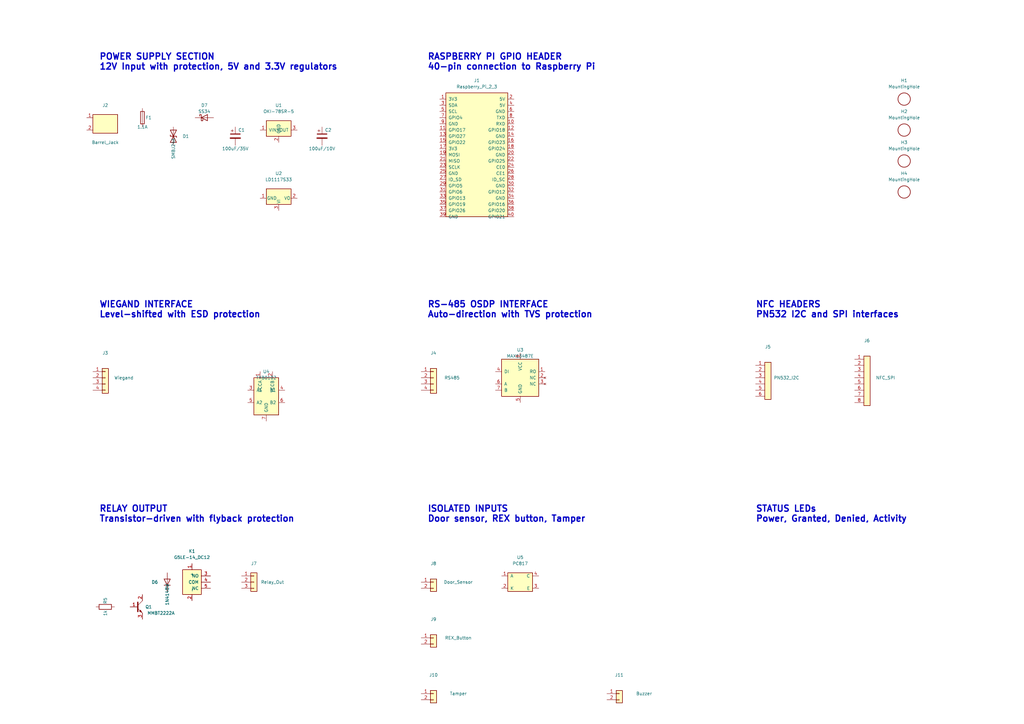
<source format=kicad_sch>
(kicad_sch (version 20231120) (generator "eeschema") (generator_version "8.0")
  (paper "A3")
  (title_block (title "PiDoors Access Control HAT") (date "2026-01-09") (rev "2.0") (company "PiDoors Project") (comment 1 "Multi-Reader Access Control Board") (comment 2 "Supports: Wiegand, OSDP, PN532, MFRC522"))
  (lib_symbols
    (symbol "Connector:Barrel_Jack_Switch" (pin_names (offset 1.016))
      (property "Reference" "J" (at 0 5.08 0))
      (property "Value" "Barrel_Jack" (at 0 -5.08 0))
      (symbol "Barrel_Jack_Switch_0_1"
        (rectangle (start -5.08 3.81) (end 5.08 -3.81) (stroke (width 0.254)) (fill (type background)))
      )
      (symbol "Barrel_Jack_Switch_1_1"
        (pin passive line (at -7.62 2.54 0) (length 2.54) (name "~") (number "1"))
        (pin passive line (at -7.62 -2.54 0) (length 2.54) (name "~") (number "2"))
      )
    )
    (symbol "Connector:Raspberry_Pi_2_3" (pin_names (offset 1.016))
      (property "Reference" "J" (at 0 26.67 0))
      (property "Value" "Raspberry_Pi_2_3" (at 0 -26.67 0))
      (symbol "Raspberry_Pi_2_3_0_1"
        (rectangle (start -12.7 25.4) (end 12.7 -25.4) (stroke (width 0.254)) (fill (type background)))
      )
      (symbol "Raspberry_Pi_2_3_1_1"
        (pin bidirectional line (at -15.24 22.86 0) (length 2.54) (name "3V3") (number "1"))
        (pin bidirectional line (at 15.24 22.86 180) (length 2.54) (name "5V") (number "2"))
        (pin bidirectional line (at -15.24 20.32 0) (length 2.54) (name "SDA") (number "3"))
        (pin bidirectional line (at 15.24 20.32 180) (length 2.54) (name "5V") (number "4"))
        (pin bidirectional line (at -15.24 17.78 0) (length 2.54) (name "SCL") (number "5"))
        (pin power_in line (at 15.24 17.78 180) (length 2.54) (name "GND") (number "6"))
        (pin bidirectional line (at -15.24 15.24 0) (length 2.54) (name "GPIO4") (number "7"))
        (pin bidirectional line (at 15.24 15.24 180) (length 2.54) (name "TXD") (number "8"))
        (pin power_in line (at -15.24 12.7 0) (length 2.54) (name "GND") (number "9"))
        (pin bidirectional line (at 15.24 12.7 180) (length 2.54) (name "RXD") (number "10"))
        (pin bidirectional line (at -15.24 10.16 0) (length 2.54) (name "GPIO17") (number "11"))
        (pin bidirectional line (at 15.24 10.16 180) (length 2.54) (name "GPIO18") (number "12"))
        (pin bidirectional line (at -15.24 7.62 0) (length 2.54) (name "GPIO27") (number "13"))
        (pin power_in line (at 15.24 7.62 180) (length 2.54) (name "GND") (number "14"))
        (pin bidirectional line (at -15.24 5.08 0) (length 2.54) (name "GPIO22") (number "15"))
        (pin bidirectional line (at 15.24 5.08 180) (length 2.54) (name "GPIO23") (number "16"))
        (pin bidirectional line (at -15.24 2.54 0) (length 2.54) (name "3V3") (number "17"))
        (pin bidirectional line (at 15.24 2.54 180) (length 2.54) (name "GPIO24") (number "18"))
        (pin bidirectional line (at -15.24 0 0) (length 2.54) (name "MOSI") (number "19"))
        (pin power_in line (at 15.24 0 180) (length 2.54) (name "GND") (number "20"))
        (pin bidirectional line (at -15.24 -2.54 0) (length 2.54) (name "MISO") (number "21"))
        (pin bidirectional line (at 15.24 -2.54 180) (length 2.54) (name "GPIO25") (number "22"))
        (pin bidirectional line (at -15.24 -5.08 0) (length 2.54) (name "SCLK") (number "23"))
        (pin bidirectional line (at 15.24 -5.08 180) (length 2.54) (name "CE0") (number "24"))
        (pin power_in line (at -15.24 -7.62 0) (length 2.54) (name "GND") (number "25"))
        (pin bidirectional line (at 15.24 -7.62 180) (length 2.54) (name "CE1") (number "26"))
        (pin bidirectional line (at -15.24 -10.16 0) (length 2.54) (name "ID_SD") (number "27"))
        (pin bidirectional line (at 15.24 -10.16 180) (length 2.54) (name "ID_SC") (number "28"))
        (pin bidirectional line (at -15.24 -12.7 0) (length 2.54) (name "GPIO5") (number "29"))
        (pin power_in line (at 15.24 -12.7 180) (length 2.54) (name "GND") (number "30"))
        (pin bidirectional line (at -15.24 -15.24 0) (length 2.54) (name "GPIO6") (number "31"))
        (pin bidirectional line (at 15.24 -15.24 180) (length 2.54) (name "GPIO12") (number "32"))
        (pin bidirectional line (at -15.24 -17.78 0) (length 2.54) (name "GPIO13") (number "33"))
        (pin power_in line (at 15.24 -17.78 180) (length 2.54) (name "GND") (number "34"))
        (pin bidirectional line (at -15.24 -20.32 0) (length 2.54) (name "GPIO19") (number "35"))
        (pin bidirectional line (at 15.24 -20.32 180) (length 2.54) (name "GPIO16") (number "36"))
        (pin bidirectional line (at -15.24 -22.86 0) (length 2.54) (name "GPIO26") (number "37"))
        (pin bidirectional line (at 15.24 -22.86 180) (length 2.54) (name "GPIO20") (number "38"))
        (pin power_in line (at -15.24 -25.4 0) (length 2.54) (name "GND") (number "39"))
        (pin bidirectional line (at 15.24 -25.4 180) (length 2.54) (name "GPIO21") (number "40"))
      )
    )
    (symbol "Device:R" (pin_numbers hide) (pin_names (offset 0))
      (property "Reference" "R" (at 2.032 0 90))
      (property "Value" "R" (at 0 0 90))
      (symbol "R_0_1"
        (rectangle (start -1.016 -2.54) (end 1.016 2.54) (stroke (width 0.254)))
      )
      (symbol "R_1_1"
        (pin passive line (at 0 3.81 270) (length 1.27) (name "~") (number "1"))
        (pin passive line (at 0 -3.81 90) (length 1.27) (name "~") (number "2"))
      )
    )
    (symbol "Device:C" (pin_numbers hide) (pin_names (offset 0.254))
      (property "Reference" "C" (at 0.635 2.54 0))
      (property "Value" "C" (at 0.635 -2.54 0))
      (symbol "C_0_1"
        (polyline (pts (xy -2.032 -0.762) (xy 2.032 -0.762)) (stroke (width 0.508)))
        (polyline (pts (xy -2.032 0.762) (xy 2.032 0.762)) (stroke (width 0.508)))
      )
      (symbol "C_1_1"
        (pin passive line (at 0 3.81 270) (length 2.794) (name "~") (number "1"))
        (pin passive line (at 0 -3.81 90) (length 2.794) (name "~") (number "2"))
      )
    )
    (symbol "Device:CP" (pin_numbers hide) (pin_names (offset 0.254))
      (property "Reference" "C" (at 0.635 2.54 0))
      (property "Value" "CP" (at 0.635 -2.54 0))
      (symbol "CP_0_1"
        (rectangle (start -2.032 0.762) (end 2.032 1.016) (fill (type outline)))
        (polyline (pts (xy -1.778 2.286) (xy -0.762 2.286)))
        (polyline (pts (xy -1.27 1.778) (xy -1.27 2.794)))
        (polyline (pts (xy -2.032 -0.762) (xy 2.032 -0.762)) (stroke (width 0.508)))
      )
      (symbol "CP_1_1"
        (pin passive line (at 0 3.81 270) (length 2.794) (name "~") (number "1"))
        (pin passive line (at 0 -3.81 90) (length 2.794) (name "~") (number "2"))
      )
    )
    (symbol "Device:LED" (pin_numbers hide) (pin_names (offset 1.016) hide)
      (property "Reference" "D" (at 0 2.54 0))
      (property "Value" "LED" (at 0 -2.54 0))
      (symbol "LED_0_1"
        (polyline (pts (xy -1.27 -1.27) (xy -1.27 1.27)) (stroke (width 0.254)))
        (polyline (pts (xy -1.27 0) (xy 1.27 0)))
        (polyline (pts (xy 1.27 -1.27) (xy 1.27 1.27) (xy -1.27 0) (xy 1.27 -1.27)) (stroke (width 0.254)))
        (polyline (pts (xy -3.048 -0.762) (xy -4.572 -2.286) (xy -3.81 -2.286) (xy -4.572 -2.286) (xy -4.572 -1.524)))
        (polyline (pts (xy -1.778 -0.762) (xy -3.302 -2.286) (xy -2.54 -2.286) (xy -3.302 -2.286) (xy -3.302 -1.524)))
      )
      (symbol "LED_1_1"
        (pin passive line (at -3.81 0 0) (length 2.54) (name "K") (number "1"))
        (pin passive line (at 3.81 0 180) (length 2.54) (name "A") (number "2"))
      )
    )
    (symbol "Device:D_TVS" (pin_numbers hide) (pin_names (offset 1.016) hide)
      (property "Reference" "D" (at 0 2.54 0))
      (property "Value" "D_TVS" (at 0 -2.54 0))
      (symbol "D_TVS_0_1"
        (polyline (pts (xy 1.27 0) (xy -1.27 0)))
        (polyline (pts (xy 0.508 1.27) (xy 0 1.27) (xy 0 -1.27) (xy -0.508 -1.27)) (stroke (width 0.254)))
        (polyline (pts (xy -2.54 1.27) (xy -2.54 -1.27) (xy 0 0) (xy -2.54 1.27)) (stroke (width 0.254)))
        (polyline (pts (xy 2.54 -1.27) (xy 2.54 1.27) (xy 0 0) (xy 2.54 -1.27)) (stroke (width 0.254)))
      )
      (symbol "D_TVS_1_1"
        (pin passive line (at -3.81 0 0) (length 2.54) (name "A1") (number "1"))
        (pin passive line (at 3.81 0 180) (length 2.54) (name "A2") (number "2"))
      )
    )
    (symbol "Device:D_Schottky" (pin_numbers hide) (pin_names (offset 1.016) hide)
      (property "Reference" "D" (at 0 2.54 0))
      (property "Value" "D_Schottky" (at 0 -2.54 0))
      (symbol "D_Schottky_0_1"
        (polyline (pts (xy 1.27 0) (xy -1.27 0)))
        (polyline (pts (xy 1.27 1.27) (xy 1.27 -1.27) (xy -1.27 0) (xy 1.27 1.27)) (stroke (width 0.254)))
        (polyline (pts (xy -1.905 0.635) (xy -1.905 1.27) (xy -1.27 1.27) (xy -1.27 -1.27) (xy -0.635 -1.27) (xy -0.635 -0.635)) (stroke (width 0.254)))
      )
      (symbol "D_Schottky_1_1"
        (pin passive line (at -3.81 0 0) (length 2.54) (name "K") (number "1"))
        (pin passive line (at 3.81 0 180) (length 2.54) (name "A") (number "2"))
      )
    )
    (symbol "Device:D" (pin_numbers hide) (pin_names (offset 1.016) hide)
      (property "Reference" "D" (at 0 2.54 0))
      (property "Value" "D" (at 0 -2.54 0))
      (symbol "D_0_1"
        (polyline (pts (xy -1.27 1.27) (xy -1.27 -1.27)) (stroke (width 0.254)))
        (polyline (pts (xy 1.27 0) (xy -1.27 0)))
        (polyline (pts (xy 1.27 1.27) (xy 1.27 -1.27) (xy -1.27 0) (xy 1.27 1.27)) (stroke (width 0.254)))
      )
      (symbol "D_1_1"
        (pin passive line (at -3.81 0 0) (length 2.54) (name "K") (number "1"))
        (pin passive line (at 3.81 0 180) (length 2.54) (name "A") (number "2"))
      )
    )
    (symbol "Device:Fuse" (pin_numbers hide) (pin_names (offset 0))
      (property "Reference" "F" (at 2.032 0 90))
      (property "Value" "Fuse" (at -1.905 0 90))
      (symbol "Fuse_0_1"
        (rectangle (start -0.762 -2.54) (end 0.762 2.54) (stroke (width 0.254)))
        (polyline (pts (xy 0 2.54) (xy 0 -2.54)))
      )
      (symbol "Fuse_1_1"
        (pin passive line (at 0 3.81 270) (length 1.27) (name "~") (number "1"))
        (pin passive line (at 0 -3.81 90) (length 1.27) (name "~") (number "2"))
      )
    )
    (symbol "Transistor_BJT:MMBT2222A" (pin_names (offset 0) hide)
      (property "Reference" "Q" (at 5.08 1.905 0))
      (property "Value" "MMBT2222A" (at 5.08 0 0))
      (symbol "MMBT2222A_0_1"
        (polyline (pts (xy 0.635 0.635) (xy 2.54 2.54)))
        (polyline (pts (xy 0.635 -0.635) (xy 2.54 -2.54) (xy 2.54 -2.54)))
        (polyline (pts (xy 0.635 1.905) (xy 0.635 -1.905) (xy 0.635 -1.905)) (stroke (width 0.508)))
        (polyline (pts (xy 1.27 -1.778) (xy 1.778 -1.27) (xy 2.286 -2.286) (xy 1.27 -1.778) (xy 1.27 -1.778)) (fill (type outline)))
      )
      (symbol "MMBT2222A_1_1"
        (pin input line (at -2.54 0 0) (length 3.175) (name "B") (number "1"))
        (pin passive line (at 2.54 5.08 270) (length 2.54) (name "C") (number "2"))
        (pin passive line (at 2.54 -5.08 90) (length 2.54) (name "E") (number "3"))
      )
    )
    (symbol "Relay:G5LE-14" (pin_names (offset 1.016))
      (property "Reference" "K" (at 8.89 6.35 0))
      (property "Value" "G5LE-14" (at 8.89 3.81 0))
      (symbol "G5LE-14_0_1"
        (rectangle (start -3.81 5.08) (end 3.81 -5.08) (stroke (width 0.254)) (fill (type background)))
      )
      (symbol "G5LE-14_1_1"
        (pin passive line (at 0 7.62 270) (length 2.54) (name "+") (number "1"))
        (pin passive line (at 0 -7.62 90) (length 2.54) (name "-") (number "2"))
        (pin passive line (at 7.62 2.54 180) (length 3.81) (name "NO") (number "3"))
        (pin passive line (at 7.62 0 180) (length 3.81) (name "COM") (number "4"))
        (pin passive line (at 7.62 -2.54 180) (length 3.81) (name "NC") (number "5"))
      )
    )
    (symbol "Regulator_Linear:LD1117S33TR_SOT223" (pin_names (offset 0.254))
      (property "Reference" "U" (at 0 4.445 0))
      (property "Value" "LD1117S33TR" (at 0 2.54 0))
      (symbol "LD1117S33TR_SOT223_0_1"
        (rectangle (start -5.08 1.27) (end 5.08 -5.08) (stroke (width 0.254)) (fill (type background)))
      )
      (symbol "LD1117S33TR_SOT223_1_1"
        (pin power_in line (at -7.62 -2.54 0) (length 2.54) (name "GND") (number "1"))
        (pin power_out line (at 7.62 -2.54 180) (length 2.54) (name "VO") (number "2"))
        (pin power_in line (at 0 -7.62 90) (length 2.54) (name "VI") (number "3"))
      )
    )
    (symbol "Interface_UART:MAX13487E" (pin_names (offset 1.016))
      (property "Reference" "U" (at -7.62 8.89 0))
      (property "Value" "MAX13487E" (at 2.54 8.89 0))
      (symbol "MAX13487E_0_1"
        (rectangle (start -7.62 7.62) (end 7.62 -7.62) (stroke (width 0.254)) (fill (type background)))
      )
      (symbol "MAX13487E_1_1"
        (pin output line (at 10.16 2.54 180) (length 2.54) (name "RO") (number "1"))
        (pin no_connect line (at 10.16 0 180) (length 2.54) (name "NC") (number "2"))
        (pin no_connect line (at 10.16 -2.54 180) (length 2.54) (name "NC") (number "3"))
        (pin input line (at -10.16 2.54 0) (length 2.54) (name "DI") (number "4"))
        (pin power_in line (at 0 -10.16 90) (length 2.54) (name "GND") (number "5"))
        (pin bidirectional line (at -10.16 -2.54 0) (length 2.54) (name "A") (number "6"))
        (pin bidirectional line (at -10.16 -5.08 0) (length 2.54) (name "B") (number "7"))
        (pin power_in line (at 0 10.16 270) (length 2.54) (name "VCC") (number "8"))
      )
    )
    (symbol "Isolator:PC817" (pin_names (offset 1.016))
      (property "Reference" "U" (at -5.08 5.08 0))
      (property "Value" "PC817" (at 0 5.08 0))
      (symbol "PC817_0_1"
        (rectangle (start -5.08 3.81) (end 5.08 -3.81) (stroke (width 0.254)) (fill (type background)))
      )
      (symbol "PC817_1_1"
        (pin passive line (at -7.62 2.54 0) (length 2.54) (name "A") (number "1"))
        (pin passive line (at -7.62 -2.54 0) (length 2.54) (name "K") (number "2"))
        (pin passive line (at 7.62 -2.54 180) (length 2.54) (name "E") (number "3"))
        (pin passive line (at 7.62 2.54 180) (length 2.54) (name "C") (number "4"))
      )
    )
    (symbol "power:GND" (power) (pin_names (offset 0))
      (property "Value" "GND" (at 0 -3.81 0))
      (symbol "GND_0_1"
        (polyline (pts (xy 0 0) (xy 0 -1.27) (xy 1.27 -1.27) (xy 0 -2.54) (xy -1.27 -1.27) (xy 0 -1.27)))
      )
      (symbol "GND_1_1"
        (pin power_in line (at 0 0 270) (length 0) (name "GND") (number "1"))
      )
    )
    (symbol "power:+5V" (power) (pin_names (offset 0))
      (property "Value" "+5V" (at 0 3.556 0))
      (symbol "+5V_0_1"
        (polyline (pts (xy -0.762 1.27) (xy 0 2.54)))
        (polyline (pts (xy 0 0) (xy 0 2.54)))
        (polyline (pts (xy 0 2.54) (xy 0.762 1.27)))
      )
      (symbol "+5V_1_1"
        (pin power_in line (at 0 0 90) (length 0) (name "+5V") (number "1"))
      )
    )
    (symbol "power:+3V3" (power) (pin_names (offset 0))
      (property "Value" "+3V3" (at 0 3.556 0))
      (symbol "+3V3_0_1"
        (polyline (pts (xy -0.762 1.27) (xy 0 2.54)))
        (polyline (pts (xy 0 0) (xy 0 2.54)))
        (polyline (pts (xy 0 2.54) (xy 0.762 1.27)))
      )
      (symbol "+3V3_1_1"
        (pin power_in line (at 0 0 90) (length 0) (name "+3V3") (number "1"))
      )
    )
    (symbol "power:+12V" (power) (pin_names (offset 0))
      (property "Value" "+12V" (at 0 3.556 0))
      (symbol "+12V_0_1"
        (polyline (pts (xy -0.762 1.27) (xy 0 2.54)))
        (polyline (pts (xy 0 0) (xy 0 2.54)))
        (polyline (pts (xy 0 2.54) (xy 0.762 1.27)))
      )
      (symbol "+12V_1_1"
        (pin power_in line (at 0 0 90) (length 0) (name "+12V") (number "1"))
      )
    )
    (symbol "Converter_DCDC:OKI-78SR-5" (pin_names (offset 1.016))
      (property "Reference" "U" (at 0 5.08 0))
      (property "Value" "OKI-78SR-5" (at 0 2.54 0))
      (symbol "OKI-78SR-5_0_1"
        (rectangle (start -5.08 1.27) (end 5.08 -5.08) (stroke (width 0.254)) (fill (type background)))
      )
      (symbol "OKI-78SR-5_1_1"
        (pin power_in line (at -7.62 -2.54 0) (length 2.54) (name "VIN") (number "1"))
        (pin power_in line (at 0 -7.62 90) (length 2.54) (name "GND") (number "2"))
        (pin power_out line (at 7.62 -2.54 180) (length 2.54) (name "VOUT") (number "3"))
      )
    )
    (symbol "Logic_LevelTranslator:TXB0102" (pin_names (offset 1.016))
      (property "Reference" "U" (at -5.08 8.89 0))
      (property "Value" "TXB0102" (at 0 8.89 0))
      (symbol "TXB0102_0_1"
        (rectangle (start -5.08 7.62) (end 5.08 -7.62) (stroke (width 0.254)) (fill (type background)))
      )
      (symbol "TXB0102_1_1"
        (pin power_in line (at -2.54 10.16 270) (length 2.54) (name "VCCA") (number "1"))
        (pin power_in line (at 2.54 10.16 270) (length 2.54) (name "VCCB") (number "2"))
        (pin bidirectional line (at -7.62 2.54 0) (length 2.54) (name "A1") (number "3"))
        (pin bidirectional line (at 7.62 2.54 180) (length 2.54) (name "B1") (number "4"))
        (pin bidirectional line (at -7.62 -2.54 0) (length 2.54) (name "A2") (number "5"))
        (pin bidirectional line (at 7.62 -2.54 180) (length 2.54) (name "B2") (number "6"))
        (pin power_in line (at 0 -10.16 90) (length 2.54) (name "GND") (number "7"))
      )
    )
    (symbol "Connector_Generic:Conn_01x02" (pin_names (offset 1.016) hide)
      (property "Reference" "J" (at 0 2.54 0))
      (property "Value" "Conn_01x02" (at 0 -5.08 0))
      (symbol "Conn_01x02_1_1"
        (rectangle (start -1.27 -2.413) (end 0 -2.667) (stroke (width 0.1524)))
        (rectangle (start -1.27 0.127) (end 0 -0.127) (stroke (width 0.1524)))
        (rectangle (start -1.27 1.27) (end 1.27 -3.81) (stroke (width 0.254)) (fill (type background)))
        (pin passive line (at -5.08 0 0) (length 3.81) (name "Pin_1") (number "1"))
        (pin passive line (at -5.08 -2.54 0) (length 3.81) (name "Pin_2") (number "2"))
      )
    )
    (symbol "Connector_Generic:Conn_01x03" (pin_names (offset 1.016) hide)
      (property "Reference" "J" (at 0 5.08 0))
      (property "Value" "Conn_01x03" (at 0 -5.08 0))
      (symbol "Conn_01x03_1_1"
        (rectangle (start -1.27 -2.413) (end 0 -2.667) (stroke (width 0.1524)))
        (rectangle (start -1.27 0.127) (end 0 -0.127) (stroke (width 0.1524)))
        (rectangle (start -1.27 2.667) (end 0 2.413) (stroke (width 0.1524)))
        (rectangle (start -1.27 3.81) (end 1.27 -3.81) (stroke (width 0.254)) (fill (type background)))
        (pin passive line (at -5.08 2.54 0) (length 3.81) (name "Pin_1") (number "1"))
        (pin passive line (at -5.08 0 0) (length 3.81) (name "Pin_2") (number "2"))
        (pin passive line (at -5.08 -2.54 0) (length 3.81) (name "Pin_3") (number "3"))
      )
    )
    (symbol "Connector_Generic:Conn_01x04" (pin_names (offset 1.016) hide)
      (property "Reference" "J" (at 0 5.08 0))
      (property "Value" "Conn_01x04" (at 0 -7.62 0))
      (symbol "Conn_01x04_1_1"
        (rectangle (start -1.27 -4.953) (end 0 -5.207) (stroke (width 0.1524)))
        (rectangle (start -1.27 -2.413) (end 0 -2.667) (stroke (width 0.1524)))
        (rectangle (start -1.27 0.127) (end 0 -0.127) (stroke (width 0.1524)))
        (rectangle (start -1.27 2.667) (end 0 2.413) (stroke (width 0.1524)))
        (rectangle (start -1.27 3.81) (end 1.27 -6.35) (stroke (width 0.254)) (fill (type background)))
        (pin passive line (at -5.08 2.54 0) (length 3.81) (name "Pin_1") (number "1"))
        (pin passive line (at -5.08 0 0) (length 3.81) (name "Pin_2") (number "2"))
        (pin passive line (at -5.08 -2.54 0) (length 3.81) (name "Pin_3") (number "3"))
        (pin passive line (at -5.08 -5.08 0) (length 3.81) (name "Pin_4") (number "4"))
      )
    )
    (symbol "Connector_Generic:Conn_01x06" (pin_names (offset 1.016) hide)
      (property "Reference" "J" (at 0 7.62 0))
      (property "Value" "Conn_01x06" (at 0 -10.16 0))
      (symbol "Conn_01x06_1_1"
        (rectangle (start -1.27 6.35) (end 1.27 -8.89) (stroke (width 0.254)) (fill (type background)))
        (pin passive line (at -5.08 5.08 0) (length 3.81) (name "Pin_1") (number "1"))
        (pin passive line (at -5.08 2.54 0) (length 3.81) (name "Pin_2") (number "2"))
        (pin passive line (at -5.08 0 0) (length 3.81) (name "Pin_3") (number "3"))
        (pin passive line (at -5.08 -2.54 0) (length 3.81) (name "Pin_4") (number "4"))
        (pin passive line (at -5.08 -5.08 0) (length 3.81) (name "Pin_5") (number "5"))
        (pin passive line (at -5.08 -7.62 0) (length 3.81) (name "Pin_6") (number "6"))
      )
    )
    (symbol "Connector_Generic:Conn_01x08" (pin_names (offset 1.016) hide)
      (property "Reference" "J" (at 0 10.16 0))
      (property "Value" "Conn_01x08" (at 0 -12.7 0))
      (symbol "Conn_01x08_1_1"
        (rectangle (start -1.27 8.89) (end 1.27 -11.43) (stroke (width 0.254)) (fill (type background)))
        (pin passive line (at -5.08 7.62 0) (length 3.81) (name "Pin_1") (number "1"))
        (pin passive line (at -5.08 5.08 0) (length 3.81) (name "Pin_2") (number "2"))
        (pin passive line (at -5.08 2.54 0) (length 3.81) (name "Pin_3") (number "3"))
        (pin passive line (at -5.08 0 0) (length 3.81) (name "Pin_4") (number "4"))
        (pin passive line (at -5.08 -2.54 0) (length 3.81) (name "Pin_5") (number "5"))
        (pin passive line (at -5.08 -5.08 0) (length 3.81) (name "Pin_6") (number "6"))
        (pin passive line (at -5.08 -7.62 0) (length 3.81) (name "Pin_7") (number "7"))
        (pin passive line (at -5.08 -10.16 0) (length 3.81) (name "Pin_8") (number "8"))
      )
    )
    (symbol "Mechanical:MountingHole" (pin_names (offset 1.016))
      (property "Reference" "H" (at 0 5.08 0))
      (property "Value" "MountingHole" (at 0 3.175 0))
      (symbol "MountingHole_0_1"
        (circle (center 0 0) (radius 2.54) (stroke (width 0.254)))
      )
    )
  )
  (text "POWER SUPPLY SECTION\n12V Input with protection, 5V and 3.3V regulators" (at 40.64 25.4 0) (effects (font (size 2.54 2.54) bold) (justify left)))
  (text "RASPBERRY PI GPIO HEADER\n40-pin connection to Raspberry Pi" (at 175.26 25.4 0) (effects (font (size 2.54 2.54) bold) (justify left)))
  (text "WIEGAND INTERFACE\nLevel-shifted with ESD protection" (at 40.64 127 0) (effects (font (size 2.54 2.54) bold) (justify left)))
  (text "RS-485 OSDP INTERFACE\nAuto-direction with TVS protection" (at 175.26 127 0) (effects (font (size 2.54 2.54) bold) (justify left)))
  (text "RELAY OUTPUT\nTransistor-driven with flyback protection" (at 40.64 210.82 0) (effects (font (size 2.54 2.54) bold) (justify left)))
  (text "ISOLATED INPUTS\nDoor sensor, REX button, Tamper" (at 175.26 210.82 0) (effects (font (size 2.54 2.54) bold) (justify left)))
  (text "NFC HEADERS\nPN532 I2C and SPI interfaces" (at 309.88 127 0) (effects (font (size 2.54 2.54) bold) (justify left)))
  (text "STATUS LEDs\nPower, Granted, Denied, Activity" (at 309.88 210.82 0) (effects (font (size 2.54 2.54) bold) (justify left)))
  (symbol (lib_id "Connector:Barrel_Jack_Switch") (at 43.18 50.8 0) (unit 1)
    (property "Reference" "J2" (at 43.18 43.18 0))
    (property "Value" "Barrel_Jack" (at 43.18 58.42 0))
    (property "Footprint" "Connector_BarrelJack:BarrelJack_CUI_PJ-002A_Horizontal" (effects hide))
  )
  (symbol (lib_id "Device:Fuse") (at 58.42 48.26 0) (unit 1)
    (property "Reference" "F1" (at 60.96 48.26 0))
    (property "Value" "1.1A" (at 58.42 52.07 0))
    (property "Footprint" "Fuse:Fuse_1812_4532Metric" (effects hide))
  )
  (symbol (lib_id "Device:D_TVS") (at 71.12 55.88 90) (unit 1)
    (property "Reference" "D1" (at 76.2 55.88 90))
    (property "Value" "SMBJ24A" (at 71.12 60.96 0))
    (property "Footprint" "Diode_SMD:D_SMB" (effects hide))
  )
  (symbol (lib_id "Device:D_Schottky") (at 83.82 48.26 0) (unit 1)
    (property "Reference" "D7" (at 83.82 43.18 0))
    (property "Value" "SS34" (at 83.82 45.72 0))
    (property "Footprint" "Diode_SMD:D_SMA" (effects hide))
  )
  (symbol (lib_id "Device:CP") (at 96.52 55.88 0) (unit 1)
    (property "Reference" "C1" (at 99.06 53.34 0))
    (property "Value" "100uF/35V" (at 96.52 60.96 0))
    (property "Footprint" "Capacitor_THT:CP_Radial_D8.0mm_P3.50mm" (effects hide))
  )
  (symbol (lib_id "Converter_DCDC:OKI-78SR-5") (at 114.3 50.8 0) (unit 1)
    (property "Reference" "U1" (at 114.3 43.18 0))
    (property "Value" "OKI-78SR-5" (at 114.3 45.72 0))
    (property "Footprint" "Converter_DCDC:Converter_DCDC_muRata_OKI-78SRx_Vertical" (effects hide))
  )
  (symbol (lib_id "Device:CP") (at 132.08 55.88 0) (unit 1)
    (property "Reference" "C2" (at 134.62 53.34 0))
    (property "Value" "100uF/10V" (at 132.08 60.96 0))
    (property "Footprint" "Capacitor_THT:CP_Radial_D6.3mm_P2.50mm" (effects hide))
  )
  (symbol (lib_id "Regulator_Linear:LD1117S33TR_SOT223") (at 114.3 78.74 0) (unit 1)
    (property "Reference" "U2" (at 114.3 71.12 0))
    (property "Value" "LD1117S33" (at 114.3 73.66 0))
    (property "Footprint" "Package_TO_SOT_SMD:SOT-223-3_TabPin2" (effects hide))
  )
  (symbol (lib_id "Connector:Raspberry_Pi_2_3") (at 195.58 63.5 0) (unit 1)
    (property "Reference" "J1" (at 195.58 33.02 0))
    (property "Value" "Raspberry_Pi_2_3" (at 195.58 35.56 0))
    (property "Footprint" "Connector_PinSocket_2.54mm:PinSocket_2x20_P2.54mm_Vertical" (effects hide))
  )
  (symbol (lib_id "Relay:G5LE-14") (at 78.74 238.76 0) (unit 1)
    (property "Reference" "K1" (at 78.74 226.06 0))
    (property "Value" "G5LE-14_DC12" (at 78.74 228.6 0))
    (property "Footprint" "Relay_THT:Relay_SPDT_Omron-G5LE-14" (effects hide))
  )
  (symbol (lib_id "Transistor_BJT:MMBT2222A") (at 55.88 248.92 0) (unit 1)
    (property "Reference" "Q1" (at 60.96 248.92 0))
    (property "Value" "MMBT2222A" (at 66.04 251.46 0))
    (property "Footprint" "Package_TO_SOT_SMD:SOT-23" (effects hide))
  )
  (symbol (lib_id "Device:R") (at 43.18 248.92 90) (unit 1)
    (property "Reference" "R5" (at 43.18 246.38 0))
    (property "Value" "1k" (at 43.18 251.46 0))
    (property "Footprint" "Resistor_SMD:R_0603_1608Metric" (effects hide))
  )
  (symbol (lib_id "Device:D") (at 68.58 238.76 90) (unit 1)
    (property "Reference" "D6" (at 63.5 238.76 90))
    (property "Value" "1N4148W" (at 68.58 243.84 0))
    (property "Footprint" "Diode_SMD:D_SOD-123" (effects hide))
  )
  (symbol (lib_id "Connector_Generic:Conn_01x03") (at 104.14 238.76 0) (unit 1)
    (property "Reference" "J7" (at 104.14 231.14 0))
    (property "Value" "Relay_Out" (at 111.76 238.76 0))
    (property "Footprint" "TerminalBlock_Phoenix:TerminalBlock_Phoenix_MKDS-1,5-3-5.08_1x03_P5.08mm_Horizontal" (effects hide))
  )
  (symbol (lib_id "Connector_Generic:Conn_01x04") (at 43.18 154.94 0) (unit 1)
    (property "Reference" "J3" (at 43.18 144.78 0))
    (property "Value" "Wiegand" (at 50.8 154.94 0))
    (property "Footprint" "TerminalBlock_Phoenix:TerminalBlock_Phoenix_MKDS-1,5-4-5.08_1x04_P5.08mm_Horizontal" (effects hide))
  )
  (symbol (lib_id "Logic_LevelTranslator:TXB0102") (at 109.22 162.56 0) (unit 1)
    (property "Reference" "U4" (at 109.22 152.4 0))
    (property "Value" "TXB0102" (at 109.22 154.94 0))
    (property "Footprint" "Package_TO_SOT_SMD:SOT-23-6" (effects hide))
  )
  (symbol (lib_id "Interface_UART:MAX13487E") (at 213.36 154.94 0) (unit 1)
    (property "Reference" "U3" (at 213.36 143.51 0))
    (property "Value" "MAX13487E" (at 213.36 146.05 0))
    (property "Footprint" "Package_SO:SOIC-8_3.9x4.9mm_P1.27mm" (effects hide))
  )
  (symbol (lib_id "Connector_Generic:Conn_01x04") (at 177.8 154.94 0) (unit 1)
    (property "Reference" "J4" (at 177.8 144.78 0))
    (property "Value" "RS485" (at 185.42 154.94 0))
    (property "Footprint" "TerminalBlock_Phoenix:TerminalBlock_Phoenix_MKDS-1,5-4-5.08_1x04_P5.08mm_Horizontal" (effects hide))
  )
  (symbol (lib_id "Isolator:PC817") (at 213.36 238.76 0) (unit 1)
    (property "Reference" "U5" (at 213.36 228.6 0))
    (property "Value" "PC817" (at 213.36 231.14 0))
    (property "Footprint" "Package_DIP:DIP-4_W7.62mm" (effects hide))
  )
  (symbol (lib_id "Connector_Generic:Conn_01x02") (at 177.8 238.76 0) (unit 1)
    (property "Reference" "J8" (at 177.8 231.14 0))
    (property "Value" "Door_Sensor" (at 187.96 238.76 0))
    (property "Footprint" "TerminalBlock_Phoenix:TerminalBlock_Phoenix_MKDS-1,5-2-5.08_1x02_P5.08mm_Horizontal" (effects hide))
  )
  (symbol (lib_id "Connector_Generic:Conn_01x02") (at 177.8 261.62 0) (unit 1)
    (property "Reference" "J9" (at 177.8 254 0))
    (property "Value" "REX_Button" (at 187.96 261.62 0))
    (property "Footprint" "TerminalBlock_Phoenix:TerminalBlock_Phoenix_MKDS-1,5-2-5.08_1x02_P5.08mm_Horizontal" (effects hide))
  )
  (symbol (lib_id "Connector_Generic:Conn_01x02") (at 177.8 284.48 0) (unit 1)
    (property "Reference" "J10" (at 177.8 276.86 0))
    (property "Value" "Tamper" (at 187.96 284.48 0))
    (property "Footprint" "Connector_PinHeader_2.54mm:PinHeader_1x02_P2.54mm_Vertical" (effects hide))
  )
  (symbol (lib_id "Connector_Generic:Conn_01x02") (at 254 284.48 0) (unit 1)
    (property "Reference" "J11" (at 254 276.86 0))
    (property "Value" "Buzzer" (at 264.16 284.48 0))
    (property "Footprint" "TerminalBlock_Phoenix:TerminalBlock_Phoenix_MKDS-1,5-2-5.08_1x02_P5.08mm_Horizontal" (effects hide))
  )
  (symbol (lib_id "Connector_Generic:Conn_01x06") (at 314.96 154.94 0) (unit 1)
    (property "Reference" "J5" (at 314.96 142.24 0))
    (property "Value" "PN532_I2C" (at 322.58 154.94 0))
    (property "Footprint" "Connector_PinHeader_2.54mm:PinHeader_1x06_P2.54mm_Vertical" (effects hide))
  )
  (symbol (lib_id "Connector_Generic:Conn_01x08") (at 355.6 154.94 0) (unit 1)
    (property "Reference" "J6" (at 355.6 139.7 0))
    (property "Value" "NFC_SPI" (at 363.22 154.94 0))
    (property "Footprint" "Connector_PinHeader_2.54mm:PinHeader_1x08_P2.54mm_Vertical" (effects hide))
  )
  (symbol (lib_id "Mechanical:MountingHole") (at 370.84 40.64 0) (unit 1)
    (property "Reference" "H1" (at 370.84 33.02 0))
    (property "Value" "MountingHole" (at 370.84 35.56 0))
    (property "Footprint" "MountingHole:MountingHole_2.7mm_M2.5" (effects hide))
  )
  (symbol (lib_id "Mechanical:MountingHole") (at 370.84 53.34 0) (unit 1)
    (property "Reference" "H2" (at 370.84 45.72 0))
    (property "Value" "MountingHole" (at 370.84 48.26 0))
    (property "Footprint" "MountingHole:MountingHole_2.7mm_M2.5" (effects hide))
  )
  (symbol (lib_id "Mechanical:MountingHole") (at 370.84 66.04 0) (unit 1)
    (property "Reference" "H3" (at 370.84 58.42 0))
    (property "Value" "MountingHole" (at 370.84 60.96 0))
    (property "Footprint" "MountingHole:MountingHole_2.7mm_M2.5" (effects hide))
  )
  (symbol (lib_id "Mechanical:MountingHole") (at 370.84 78.74 0) (unit 1)
    (property "Reference" "H4" (at 370.84 71.12 0))
    (property "Value" "MountingHole" (at 370.84 73.66 0))
    (property "Footprint" "MountingHole:MountingHole_2.7mm_M2.5" (effects hide))
  )
)
</source>
